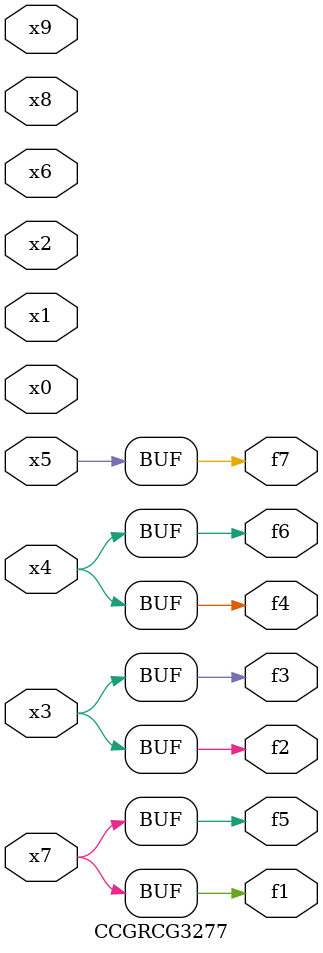
<source format=v>
module CCGRCG3277(
	input x0, x1, x2, x3, x4, x5, x6, x7, x8, x9,
	output f1, f2, f3, f4, f5, f6, f7
);
	assign f1 = x7;
	assign f2 = x3;
	assign f3 = x3;
	assign f4 = x4;
	assign f5 = x7;
	assign f6 = x4;
	assign f7 = x5;
endmodule

</source>
